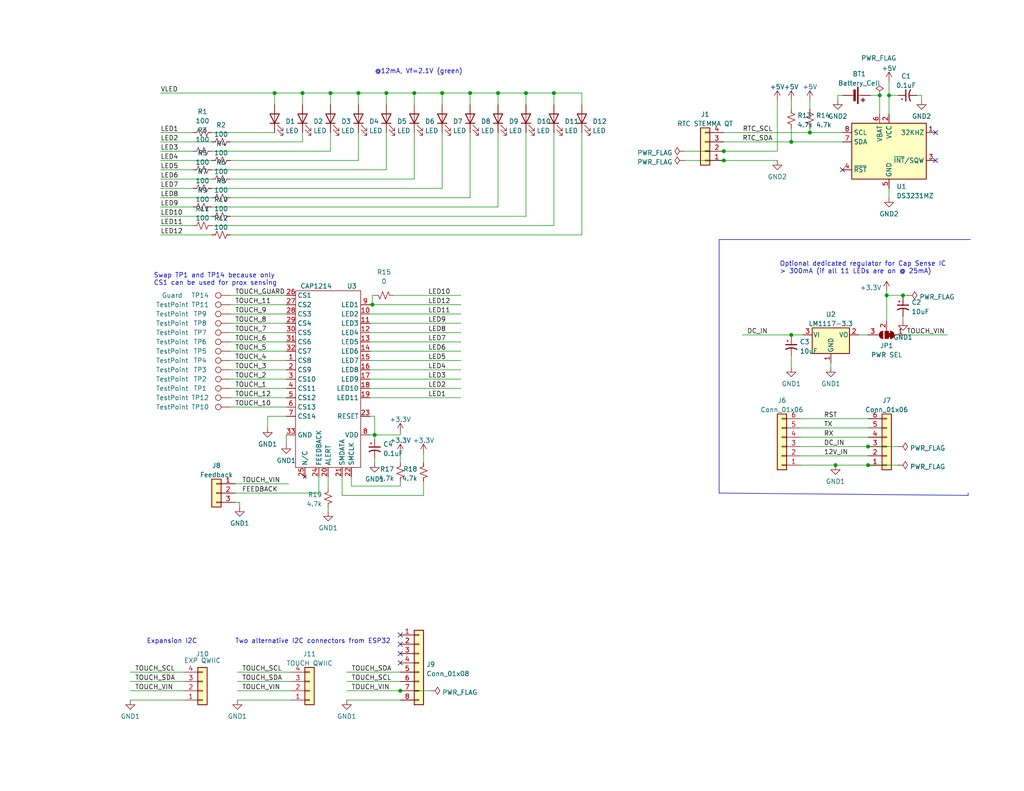
<source format=kicad_sch>
(kicad_sch (version 20230121) (generator eeschema)
  (paper "USLetter")
  (title_block (rev "1") (comment 1 "Design for OSHPark 4-Layer Service"))
  (lib_symbols
    (symbol "Connector:TestPoint" (pin_numbers hide) (pin_names (offset 0.762) hide)
      (property "Reference" "TP" (at 0 6.858 0))
      (property "Value" "TestPoint" (at 0 5.08 0))
      (symbol "TestPoint_0_1"
        (circle (center 0 3.302) (radius 0.762))
      )
      (symbol "TestPoint_1_1"
        (pin passive line (at 0 0 90) (length 2.54) (name "1") (number "1"))
      )
    )
    (symbol "Connector_Generic:Conn_01x03" (pin_names (offset 1.016) hide)
      (property "Reference" "J" (at 0 5.08 0))
      (property "Value" "Conn_01x03" (at 0 -5.08 0))
      (symbol "Conn_01x03_1_1"
        (rectangle (start -1.27 -2.413) (end 0 -2.667) (stroke (width 0.1524)))
        (rectangle (start -1.27 0.127) (end 0 -0.127) (stroke (width 0.1524)))
        (rectangle (start -1.27 2.667) (end 0 2.413) (stroke (width 0.1524)))
        (rectangle (start -1.27 3.81) (end 1.27 -3.81) (stroke (width 0.254)) (fill (type background)))
        (pin passive line (at -5.08 2.54 0) (length 3.81) (name "Pin_1") (number "1"))
        (pin passive line (at -5.08 0 0) (length 3.81) (name "Pin_2") (number "2"))
        (pin passive line (at -5.08 -2.54 0) (length 3.81) (name "Pin_3") (number "3"))
      )
    )
    (symbol "Connector_Generic:Conn_01x04" (pin_names (offset 1.016) hide)
      (property "Reference" "J" (at 0 5.08 0))
      (property "Value" "Conn_01x04" (at 0 -7.62 0))
      (symbol "Conn_01x04_1_1"
        (rectangle (start -1.27 -4.953) (end 0 -5.207) (stroke (width 0.1524)))
        (rectangle (start -1.27 -2.413) (end 0 -2.667) (stroke (width 0.1524)))
        (rectangle (start -1.27 0.127) (end 0 -0.127) (stroke (width 0.1524)))
        (rectangle (start -1.27 2.667) (end 0 2.413) (stroke (width 0.1524)))
        (rectangle (start -1.27 3.81) (end 1.27 -6.35) (stroke (width 0.254)) (fill (type background)))
        (pin passive line (at -5.08 2.54 0) (length 3.81) (name "Pin_1") (number "1"))
        (pin passive line (at -5.08 0 0) (length 3.81) (name "Pin_2") (number "2"))
        (pin passive line (at -5.08 -2.54 0) (length 3.81) (name "Pin_3") (number "3"))
        (pin passive line (at -5.08 -5.08 0) (length 3.81) (name "Pin_4") (number "4"))
      )
    )
    (symbol "Connector_Generic:Conn_01x06" (pin_names (offset 1.016) hide)
      (property "Reference" "J" (at 0 7.62 0))
      (property "Value" "Conn_01x06" (at 0 -10.16 0))
      (symbol "Conn_01x06_1_1"
        (rectangle (start -1.27 -7.493) (end 0 -7.747) (stroke (width 0.1524)))
        (rectangle (start -1.27 -4.953) (end 0 -5.207) (stroke (width 0.1524)))
        (rectangle (start -1.27 -2.413) (end 0 -2.667) (stroke (width 0.1524)))
        (rectangle (start -1.27 0.127) (end 0 -0.127) (stroke (width 0.1524)))
        (rectangle (start -1.27 2.667) (end 0 2.413) (stroke (width 0.1524)))
        (rectangle (start -1.27 5.207) (end 0 4.953) (stroke (width 0.1524)))
        (rectangle (start -1.27 6.35) (end 1.27 -8.89) (stroke (width 0.254)) (fill (type background)))
        (pin passive line (at -5.08 5.08 0) (length 3.81) (name "Pin_1") (number "1"))
        (pin passive line (at -5.08 2.54 0) (length 3.81) (name "Pin_2") (number "2"))
        (pin passive line (at -5.08 0 0) (length 3.81) (name "Pin_3") (number "3"))
        (pin passive line (at -5.08 -2.54 0) (length 3.81) (name "Pin_4") (number "4"))
        (pin passive line (at -5.08 -5.08 0) (length 3.81) (name "Pin_5") (number "5"))
        (pin passive line (at -5.08 -7.62 0) (length 3.81) (name "Pin_6") (number "6"))
      )
    )
    (symbol "Connector_Generic:Conn_01x08" (pin_names (offset 1.016) hide)
      (property "Reference" "J" (at 0 10.16 0))
      (property "Value" "Conn_01x08" (at 0 -12.7 0))
      (symbol "Conn_01x08_1_1"
        (rectangle (start -1.27 -10.033) (end 0 -10.287) (stroke (width 0.1524)))
        (rectangle (start -1.27 -7.493) (end 0 -7.747) (stroke (width 0.1524)))
        (rectangle (start -1.27 -4.953) (end 0 -5.207) (stroke (width 0.1524)))
        (rectangle (start -1.27 -2.413) (end 0 -2.667) (stroke (width 0.1524)))
        (rectangle (start -1.27 0.127) (end 0 -0.127) (stroke (width 0.1524)))
        (rectangle (start -1.27 2.667) (end 0 2.413) (stroke (width 0.1524)))
        (rectangle (start -1.27 5.207) (end 0 4.953) (stroke (width 0.1524)))
        (rectangle (start -1.27 7.747) (end 0 7.493) (stroke (width 0.1524)))
        (rectangle (start -1.27 8.89) (end 1.27 -11.43) (stroke (width 0.254)) (fill (type background)))
        (pin passive line (at -5.08 7.62 0) (length 3.81) (name "Pin_1") (number "1"))
        (pin passive line (at -5.08 5.08 0) (length 3.81) (name "Pin_2") (number "2"))
        (pin passive line (at -5.08 2.54 0) (length 3.81) (name "Pin_3") (number "3"))
        (pin passive line (at -5.08 0 0) (length 3.81) (name "Pin_4") (number "4"))
        (pin passive line (at -5.08 -2.54 0) (length 3.81) (name "Pin_5") (number "5"))
        (pin passive line (at -5.08 -5.08 0) (length 3.81) (name "Pin_6") (number "6"))
        (pin passive line (at -5.08 -7.62 0) (length 3.81) (name "Pin_7") (number "7"))
        (pin passive line (at -5.08 -10.16 0) (length 3.81) (name "Pin_8") (number "8"))
      )
    )
    (symbol "Device:Battery_Cell" (pin_numbers hide) (pin_names (offset 0) hide)
      (property "Reference" "BT" (at 2.54 2.54 0))
      (property "Value" "Battery_Cell" (at 2.54 0 0))
      (symbol "Battery_Cell_0_1"
        (rectangle (start -2.286 1.778) (end 2.286 1.524) (fill (type outline)))
        (rectangle (start -1.524 1.016) (end 1.524 0.508) (fill (type outline)))
        (polyline (pts (xy 0 0.762) (xy 0 0)))
        (polyline (pts (xy 0 1.778) (xy 0 2.54)))
        (polyline (pts (xy 0.762 3.048) (xy 1.778 3.048)) (stroke (width 0.254)))
        (polyline (pts (xy 1.27 3.556) (xy 1.27 2.54)) (stroke (width 0.254)))
      )
      (symbol "Battery_Cell_1_1"
        (pin passive line (at 0 5.08 270) (length 2.54) (name "+") (number "1"))
        (pin passive line (at 0 -2.54 90) (length 2.54) (name "-") (number "2"))
      )
    )
    (symbol "Device:C_Polarized_Small_US" (pin_numbers hide) (pin_names (offset 0.254) hide)
      (property "Reference" "C" (at 0.254 1.778 0))
      (property "Value" "C_Polarized_Small_US" (at 0.254 -2.032 0))
      (symbol "C_Polarized_Small_US_0_1"
        (polyline (pts (xy -1.524 0.508) (xy 1.524 0.508)) (stroke (width 0.3048)))
        (polyline (pts (xy -1.27 1.524) (xy -0.762 1.524)))
        (polyline (pts (xy -1.016 1.27) (xy -1.016 1.778)))
        (arc (start 1.524 -0.762) (mid 0 -0.3734) (end -1.524 -0.762) (stroke (width 0.3048)))
      )
      (symbol "C_Polarized_Small_US_1_1"
        (pin passive line (at 0 2.54 270) (length 2.032) (name "~") (number "1"))
        (pin passive line (at 0 -2.54 90) (length 2.032) (name "~") (number "2"))
      )
    )
    (symbol "Device:LED" (pin_numbers hide) (pin_names (offset 1.016) hide)
      (property "Reference" "D" (at 0 2.54 0))
      (property "Value" "LED" (at 0 -2.54 0))
      (symbol "LED_0_1"
        (polyline (pts (xy -1.27 -1.27) (xy -1.27 1.27)) (stroke (width 0.254)))
        (polyline (pts (xy -1.27 0) (xy 1.27 0)))
        (polyline (pts (xy 1.27 -1.27) (xy 1.27 1.27) (xy -1.27 0) (xy 1.27 -1.27)) (stroke (width 0.254)))
        (polyline (pts (xy -3.048 -0.762) (xy -4.572 -2.286) (xy -3.81 -2.286) (xy -4.572 -2.286) (xy -4.572 -1.524)))
        (polyline (pts (xy -1.778 -0.762) (xy -3.302 -2.286) (xy -2.54 -2.286) (xy -3.302 -2.286) (xy -3.302 -1.524)))
      )
      (symbol "LED_1_1"
        (pin passive line (at -3.81 0 0) (length 2.54) (name "K") (number "1"))
        (pin passive line (at 3.81 0 180) (length 2.54) (name "A") (number "2"))
      )
    )
    (symbol "Device:R_Small_US" (pin_numbers hide) (pin_names (offset 0.254) hide)
      (property "Reference" "R" (at 0.762 0.508 0))
      (property "Value" "R_Small_US" (at 0.762 -1.016 0))
      (symbol "R_Small_US_1_1"
        (polyline (pts (xy 0 0) (xy 1.016 -0.381) (xy 0 -0.762) (xy -1.016 -1.143) (xy 0 -1.524)))
        (polyline (pts (xy 0 1.524) (xy 1.016 1.143) (xy 0 0.762) (xy -1.016 0.381) (xy 0 0)))
        (pin passive line (at 0 2.54 270) (length 1.016) (name "~") (number "1"))
        (pin passive line (at 0 -2.54 90) (length 1.016) (name "~") (number "2"))
      )
    )
    (symbol "Jumper:SolderJumper_3_Bridged12" (pin_names (offset 0) hide)
      (property "Reference" "JP" (at -2.54 -2.54 0))
      (property "Value" "SolderJumper_3_Bridged12" (at 0 2.794 0))
      (symbol "SolderJumper_3_Bridged12_0_1"
        (rectangle (start -1.016 0.508) (end -0.508 -0.508) (fill (type outline)))
        (arc (start -1.016 1.016) (mid -2.0276 0) (end -1.016 -1.016))
        (arc (start -1.016 1.016) (mid -2.0276 0) (end -1.016 -1.016) (fill (type outline)))
        (rectangle (start -0.508 1.016) (end 0.508 -1.016) (fill (type outline)))
        (polyline (pts (xy -2.54 0) (xy -2.032 0)))
        (polyline (pts (xy -1.016 1.016) (xy -1.016 -1.016)))
        (polyline (pts (xy 0 -1.27) (xy 0 -1.016)))
        (polyline (pts (xy 1.016 1.016) (xy 1.016 -1.016)))
        (polyline (pts (xy 2.54 0) (xy 2.032 0)))
        (arc (start 1.016 -1.016) (mid 2.0276 0) (end 1.016 1.016))
        (arc (start 1.016 -1.016) (mid 2.0276 0) (end 1.016 1.016) (fill (type outline)))
      )
      (symbol "SolderJumper_3_Bridged12_1_1"
        (pin passive line (at -5.08 0 0) (length 2.54) (name "A") (number "1"))
        (pin passive line (at 0 -3.81 90) (length 2.54) (name "C") (number "2"))
        (pin passive line (at 5.08 0 180) (length 2.54) (name "B") (number "3"))
      )
    )
    (symbol "Keypad:CAP1214"
      (property "Reference" "U" (at 26.67 15.24 0))
      (property "Value" "CAP1214" (at -19.05 3.81 90))
      (symbol "CAP1214_0_1"
        (rectangle (start -17.78 13.97) (end 30.48 -3.81) (stroke (width 0.1524)))
      )
      (symbol "CAP1214_1_1"
        (pin bidirectional line (at 1.27 -6.35 90) (length 2.54) (name "CS8") (number "1"))
        (pin open_collector line (at -11.43 16.51 270) (length 2.54) (name "LED2") (number "10"))
        (pin open_collector line (at -8.89 16.51 270) (length 2.54) (name "LED3") (number "11"))
        (pin open_collector line (at -6.35 16.51 270) (length 2.54) (name "LED4") (number "12"))
        (pin open_collector line (at -3.81 16.51 270) (length 2.54) (name "LED5") (number "13"))
        (pin open_collector line (at -1.27 16.51 270) (length 2.54) (name "LED6") (number "14"))
        (pin open_collector line (at 1.27 16.51 270) (length 2.54) (name "LED7") (number "15"))
        (pin open_collector line (at 3.81 16.51 270) (length 2.54) (name "LED8") (number "16"))
        (pin open_collector line (at 6.35 16.51 270) (length 2.54) (name "LED9") (number "17"))
        (pin open_collector line (at 8.89 16.51 270) (length 2.54) (name "LED10") (number "18"))
        (pin open_collector line (at 11.43 16.51 270) (length 2.54) (name "LED11") (number "19"))
        (pin bidirectional line (at 3.81 -6.35 90) (length 2.54) (name "CS9") (number "2"))
        (pin bidirectional line (at 33.02 5.08 180) (length 2.54) (name "ALERT") (number "20"))
        (pin bidirectional line (at 33.02 8.89 180) (length 2.54) (name "SMDATA") (number "21"))
        (pin input line (at 33.02 11.43 180) (length 2.54) (name "SMCLK") (number "22"))
        (pin input line (at 16.51 16.51 270) (length 2.54) (name "RESET") (number "23"))
        (pin output line (at 33.02 2.54 180) (length 2.54) (name "FEEDBACK") (number "24"))
        (pin no_connect line (at 33.02 -1.27 180) (length 2.54) (name "N/C") (number "25"))
        (pin bidirectional line (at -16.51 -6.35 90) (length 2.54) (name "CS1") (number "26"))
        (pin bidirectional line (at -13.97 -6.35 90) (length 2.54) (name "CS2") (number "27"))
        (pin bidirectional line (at -11.43 -6.35 90) (length 2.54) (name "CS3") (number "28"))
        (pin bidirectional line (at -8.89 -6.35 90) (length 2.54) (name "CS4") (number "29"))
        (pin bidirectional line (at 6.35 -6.35 90) (length 2.54) (name "CS10") (number "3"))
        (pin bidirectional line (at -6.35 -6.35 90) (length 2.54) (name "CS5") (number "30"))
        (pin bidirectional line (at -3.81 -6.35 90) (length 2.54) (name "CS6") (number "31"))
        (pin bidirectional line (at -1.27 -6.35 90) (length 2.54) (name "CS7") (number "32"))
        (pin power_in line (at 21.59 -6.35 90) (length 2.54) (name "GND") (number "33"))
        (pin bidirectional line (at 8.89 -6.35 90) (length 2.54) (name "CS11") (number "4"))
        (pin bidirectional line (at 11.43 -6.35 90) (length 2.54) (name "CS12") (number "5"))
        (pin bidirectional line (at 13.97 -6.35 90) (length 2.54) (name "CS13") (number "6"))
        (pin bidirectional line (at 16.51 -6.35 90) (length 2.54) (name "CS14") (number "7"))
        (pin power_in line (at 21.59 16.51 270) (length 2.54) (name "VDD") (number "8"))
        (pin open_collector line (at -13.97 16.51 270) (length 2.54) (name "LED1") (number "9"))
      )
    )
    (symbol "Regulator_Linear:LM1117-3.3" (pin_names (offset 0.254))
      (property "Reference" "U" (at -3.81 3.175 0))
      (property "Value" "LM1117-3.3" (at 0 3.175 0))
      (symbol "LM1117-3.3_0_1"
        (rectangle (start -5.08 -5.08) (end 5.08 1.905) (stroke (width 0.254)) (fill (type background)))
      )
      (symbol "LM1117-3.3_1_1"
        (pin power_in line (at 0 -7.62 90) (length 2.54) (name "GND") (number "1"))
        (pin power_out line (at 7.62 0 180) (length 2.54) (name "VO") (number "2"))
        (pin power_in line (at -7.62 0 0) (length 2.54) (name "VI") (number "3"))
      )
    )
    (symbol "Timer_RTC:DS3231MZ"
      (property "Reference" "U" (at -7.62 8.89 0))
      (property "Value" "DS3231MZ" (at 11.43 8.89 0))
      (symbol "DS3231MZ_0_1"
        (rectangle (start -10.16 7.62) (end 10.16 -7.62) (stroke (width 0.254)) (fill (type background)))
      )
      (symbol "DS3231MZ_1_1"
        (pin open_collector line (at 12.7 5.08 180) (length 2.54) (name "32KHZ") (number "1"))
        (pin power_in line (at 0 10.16 270) (length 2.54) (name "VCC") (number "2"))
        (pin open_collector line (at 12.7 -2.54 180) (length 2.54) (name "~{INT}/SQW") (number "3"))
        (pin bidirectional line (at -12.7 -5.08 0) (length 2.54) (name "~{RST}") (number "4"))
        (pin power_in line (at 0 -10.16 90) (length 2.54) (name "GND") (number "5"))
        (pin power_in line (at -2.54 10.16 270) (length 2.54) (name "VBAT") (number "6"))
        (pin bidirectional line (at -12.7 2.54 0) (length 2.54) (name "SDA") (number "7"))
        (pin input line (at -12.7 5.08 0) (length 2.54) (name "SCL") (number "8"))
      )
    )
    (symbol "power:+3.3V" (power) (pin_names (offset 0))
      (property "Value" "+3.3V" (at 0 3.556 0))
      (symbol "+3.3V_0_1"
        (polyline (pts (xy -0.762 1.27) (xy 0 2.54)))
        (polyline (pts (xy 0 0) (xy 0 2.54)))
        (polyline (pts (xy 0 2.54) (xy 0.762 1.27)))
      )
      (symbol "+3.3V_1_1"
        (pin power_in line (at 0 0 90) (length 0) hide (name "+3.3V") (number "1"))
      )
    )
    (symbol "power:+5V" (power) (pin_names (offset 0))
      (property "Value" "+5V" (at 0 3.556 0))
      (symbol "+5V_0_1"
        (polyline (pts (xy -0.762 1.27) (xy 0 2.54)))
        (polyline (pts (xy 0 0) (xy 0 2.54)))
        (polyline (pts (xy 0 2.54) (xy 0.762 1.27)))
      )
      (symbol "+5V_1_1"
        (pin power_in line (at 0 0 90) (length 0) hide (name "+5V") (number "1"))
      )
    )
    (symbol "power:GND1" (power) (pin_names (offset 0))
      (property "Value" "GND1" (at 0 -3.81 0))
      (symbol "GND1_0_1"
        (polyline (pts (xy 0 0) (xy 0 -1.27) (xy 1.27 -1.27) (xy 0 -2.54) (xy -1.27 -1.27) (xy 0 -1.27)))
      )
      (symbol "GND1_1_1"
        (pin power_in line (at 0 0 270) (length 0) hide (name "GND1") (number "1"))
      )
    )
    (symbol "power:GND2" (power) (pin_names (offset 0))
      (property "Value" "GND2" (at 0 -3.81 0))
      (symbol "GND2_0_1"
        (polyline (pts (xy 0 0) (xy 0 -1.27) (xy 1.27 -1.27) (xy 0 -2.54) (xy -1.27 -1.27) (xy 0 -1.27)))
      )
      (symbol "GND2_1_1"
        (pin power_in line (at 0 0 270) (length 0) hide (name "GND2") (number "1"))
      )
    )
    (symbol "power:PWR_FLAG" (power) (pin_numbers hide) (pin_names (offset 0) hide)
      (property "Value" "PWR_FLAG" (at 0 3.81 0))
      (symbol "PWR_FLAG_0_0"
        (pin power_out line (at 0 0 90) (length 0) (name "pwr") (number "1"))
      )
      (symbol "PWR_FLAG_0_1"
        (polyline (pts (xy 0 0) (xy 0 1.27) (xy -1.016 1.905) (xy 0 2.54) (xy 1.016 1.905) (xy 0 1.27)))
      )
    )
  )
  (junction (at 215.9 91.44))
  (junction (at 102.235 118.745))
  (junction (at 143.51 25.4))
  (junction (at 74.93 25.4))
  (junction (at 128.27 25.4))
  (junction (at 197.485 41.275))
  (junction (at 197.485 43.815))
  (junction (at 101.6 83.185))
  (junction (at 90.17 25.4))
  (junction (at 82.55 25.4))
  (junction (at 242.57 26.035))
  (junction (at 109.22 188.595))
  (junction (at 246.38 80.645))
  (junction (at 120.65 25.4))
  (junction (at 236.855 127))
  (junction (at 215.9 38.735))
  (junction (at 135.89 25.4))
  (junction (at 151.13 25.4))
  (junction (at 240.03 26.035))
  (junction (at 227.965 127))
  (junction (at 220.98 36.195))
  (junction (at 241.935 80.645))
  (junction (at 236.855 121.92))
  (junction (at 113.03 25.4))
  (junction (at 97.79 25.4))
  (junction (at 105.41 25.4))
  (no_connect (at 255.27 36.195))
  (no_connect (at 109.22 180.975))
  (no_connect (at 229.87 46.355))
  (no_connect (at 255.27 43.815))
  (no_connect (at 109.22 175.895))
  (no_connect (at 109.22 173.355))
  (no_connect (at 109.22 178.435))
  (wire (pts (xy 50.165 186.055) (xy 35.56 186.055)))
  (wire (pts (xy 151.13 25.4) (xy 143.51 25.4)))
  (wire (pts (xy 258.445 91.44) (xy 247.015 91.44)))
  (wire (pts (xy 62.865 106.045) (xy 78.105 106.045)))
  (wire (pts (xy 62.865 43.815) (xy 97.79 43.815)))
  (wire (pts (xy 102.235 118.745) (xy 109.22 118.745)))
  (wire (pts (xy 212.09 27.305) (xy 212.09 41.275)))
  (wire (pts (xy 242.57 26.035) (xy 245.11 26.035)))
  (wire (pts (xy 229.87 26.035) (xy 228.6 26.035)))
  (wire (pts (xy 242.57 22.225) (xy 242.57 26.035)))
  (wire (pts (xy 62.865 80.645) (xy 78.105 80.645)))
  (wire (pts (xy 220.98 27.305) (xy 220.98 29.845)))
  (wire (pts (xy 115.57 135.255) (xy 115.57 131.445)))
  (wire (pts (xy 100.965 113.665) (xy 102.235 113.665)))
  (wire (pts (xy 79.375 186.055) (xy 64.77 186.055)))
  (wire (pts (xy 227.965 127) (xy 236.855 127)))
  (wire (pts (xy 64.77 188.595) (xy 79.375 188.595)))
  (wire (pts (xy 125.73 80.645) (xy 107.315 80.645)))
  (wire (pts (xy 43.815 25.4) (xy 74.93 25.4)))
  (wire (pts (xy 101.6 83.185) (xy 125.73 83.185)))
  (wire (pts (xy 100.965 108.585) (xy 125.73 108.585)))
  (wire (pts (xy 240.03 31.115) (xy 240.03 26.035)))
  (wire (pts (xy 229.87 36.195) (xy 220.98 36.195)))
  (wire (pts (xy 151.13 25.4) (xy 158.75 25.4)))
  (wire (pts (xy 62.865 100.965) (xy 78.105 100.965)))
  (wire (pts (xy 220.98 36.195) (xy 220.98 34.925)))
  (wire (pts (xy 143.51 25.4) (xy 135.89 25.4)))
  (wire (pts (xy 102.235 113.665) (xy 102.235 118.745)))
  (wire (pts (xy 35.56 191.135) (xy 50.165 191.135)))
  (wire (pts (xy 218.44 114.3) (xy 236.855 114.3)))
  (wire (pts (xy 128.27 25.4) (xy 128.27 28.575)))
  (wire (pts (xy 100.965 85.725) (xy 125.73 85.725)))
  (wire (pts (xy 105.41 25.4) (xy 105.41 28.575)))
  (wire (pts (xy 109.22 118.11) (xy 109.22 118.745)))
  (wire (pts (xy 82.55 38.735) (xy 82.55 36.195)))
  (wire (pts (xy 246.38 86.36) (xy 246.38 87.63)))
  (wire (pts (xy 97.79 25.4) (xy 97.79 28.575)))
  (wire (pts (xy 143.51 25.4) (xy 143.51 28.575)))
  (wire (pts (xy 94.615 186.055) (xy 109.22 186.055)))
  (wire (pts (xy 95.885 130.175) (xy 95.885 132.715)))
  (wire (pts (xy 94.615 183.515) (xy 109.22 183.515)))
  (wire (pts (xy 113.03 25.4) (xy 113.03 28.575)))
  (wire (pts (xy 218.44 127) (xy 227.965 127)))
  (wire (pts (xy 62.865 108.585) (xy 78.105 108.585)))
  (wire (pts (xy 246.38 80.645) (xy 247.65 80.645)))
  (wire (pts (xy 215.9 27.305) (xy 215.9 29.845)))
  (wire (pts (xy 62.865 88.265) (xy 78.105 88.265)))
  (wire (pts (xy 57.785 56.515) (xy 135.89 56.515)))
  (wire (pts (xy 100.965 106.045) (xy 125.73 106.045)))
  (wire (pts (xy 82.55 25.4) (xy 90.17 25.4)))
  (wire (pts (xy 212.09 41.275) (xy 197.485 41.275)))
  (wire (pts (xy 43.815 56.515) (xy 52.705 56.515)))
  (wire (pts (xy 151.13 28.575) (xy 151.13 25.4)))
  (wire (pts (xy 100.965 103.505) (xy 125.73 103.505)))
  (wire (pts (xy 64.135 137.16) (xy 65.405 137.16)))
  (wire (pts (xy 105.41 25.4) (xy 113.03 25.4)))
  (wire (pts (xy 215.9 34.925) (xy 215.9 38.735)))
  (wire (pts (xy 73.025 113.665) (xy 78.105 113.665)))
  (wire (pts (xy 62.865 95.885) (xy 78.105 95.885)))
  (wire (pts (xy 135.89 25.4) (xy 128.27 25.4)))
  (wire (pts (xy 100.965 98.425) (xy 125.73 98.425)))
  (wire (pts (xy 43.815 43.815) (xy 57.785 43.815)))
  (wire (pts (xy 215.9 91.44) (xy 215.9 92.075)))
  (wire (pts (xy 74.93 28.575) (xy 74.93 25.4)))
  (wire (pts (xy 228.6 26.035) (xy 228.6 27.305)))
  (wire (pts (xy 215.9 97.155) (xy 215.9 100.33)))
  (wire (pts (xy 186.69 41.275) (xy 197.485 41.275)))
  (wire (pts (xy 109.22 123.825) (xy 109.22 126.365)))
  (wire (pts (xy 90.17 25.4) (xy 90.17 28.575)))
  (wire (pts (xy 93.345 130.175) (xy 93.345 135.255)))
  (wire (pts (xy 241.935 80.645) (xy 241.935 87.63)))
  (wire (pts (xy 82.55 25.4) (xy 82.55 28.575)))
  (wire (pts (xy 89.535 130.175) (xy 89.535 133.35)))
  (wire (pts (xy 64.135 132.08) (xy 78.74 132.08)))
  (wire (pts (xy 64.135 134.62) (xy 86.995 134.62)))
  (wire (pts (xy 65.405 137.16) (xy 65.405 138.43)))
  (wire (pts (xy 120.65 25.4) (xy 113.03 25.4)))
  (wire (pts (xy 128.27 53.975) (xy 128.27 36.195)))
  (wire (pts (xy 197.485 36.195) (xy 220.98 36.195)))
  (wire (pts (xy 78.105 118.745) (xy 78.105 121.285)))
  (wire (pts (xy 242.57 26.035) (xy 242.57 31.115)))
  (polyline (pts (xy 196.215 65.405) (xy 196.215 134.62)))
  (wire (pts (xy 236.855 121.92) (xy 245.11 121.92)))
  (wire (pts (xy 250.19 26.035) (xy 251.46 26.035)))
  (wire (pts (xy 202.565 91.44) (xy 215.9 91.44)))
  (wire (pts (xy 64.77 191.135) (xy 79.375 191.135)))
  (wire (pts (xy 43.815 36.195) (xy 52.705 36.195)))
  (wire (pts (xy 240.03 26.035) (xy 237.49 26.035)))
  (wire (pts (xy 57.785 64.135) (xy 43.815 64.135)))
  (wire (pts (xy 236.855 127) (xy 245.11 127)))
  (polyline (pts (xy 264.795 65.405) (xy 196.215 65.405)))
  (wire (pts (xy 100.965 83.185) (xy 101.6 83.185)))
  (wire (pts (xy 62.865 111.125) (xy 78.105 111.125)))
  (wire (pts (xy 57.785 51.435) (xy 120.65 51.435)))
  (wire (pts (xy 57.785 41.275) (xy 90.17 41.275)))
  (wire (pts (xy 62.865 48.895) (xy 113.03 48.895)))
  (wire (pts (xy 218.44 119.38) (xy 236.855 119.38)))
  (wire (pts (xy 62.865 103.505) (xy 78.105 103.505)))
  (wire (pts (xy 128.27 25.4) (xy 120.65 25.4)))
  (wire (pts (xy 135.89 56.515) (xy 135.89 36.195)))
  (wire (pts (xy 57.785 36.195) (xy 74.93 36.195)))
  (wire (pts (xy 109.22 188.595) (xy 117.475 188.595)))
  (wire (pts (xy 100.965 93.345) (xy 125.73 93.345)))
  (wire (pts (xy 186.69 43.815) (xy 197.485 43.815)))
  (wire (pts (xy 43.815 46.355) (xy 52.705 46.355)))
  (wire (pts (xy 35.56 183.515) (xy 50.165 183.515)))
  (wire (pts (xy 109.22 131.445) (xy 109.22 132.715)))
  (wire (pts (xy 62.865 64.135) (xy 158.75 64.135)))
  (wire (pts (xy 57.785 61.595) (xy 151.13 61.595)))
  (wire (pts (xy 90.17 25.4) (xy 97.79 25.4)))
  (wire (pts (xy 62.865 98.425) (xy 78.105 98.425)))
  (wire (pts (xy 120.65 51.435) (xy 120.65 36.195)))
  (wire (pts (xy 94.615 188.595) (xy 109.22 188.595)))
  (wire (pts (xy 158.75 28.575) (xy 158.75 25.4)))
  (wire (pts (xy 105.41 46.355) (xy 105.41 36.195)))
  (wire (pts (xy 242.57 51.435) (xy 242.57 53.975)))
  (wire (pts (xy 86.995 130.175) (xy 86.995 134.62)))
  (wire (pts (xy 120.65 25.4) (xy 120.65 28.575)))
  (wire (pts (xy 102.235 118.745) (xy 102.235 120.015)))
  (wire (pts (xy 94.615 191.135) (xy 109.22 191.135)))
  (wire (pts (xy 143.51 59.055) (xy 143.51 36.195)))
  (wire (pts (xy 62.865 93.345) (xy 78.105 93.345)))
  (wire (pts (xy 102.235 125.095) (xy 102.235 126.365)))
  (wire (pts (xy 43.815 51.435) (xy 52.705 51.435)))
  (wire (pts (xy 113.03 48.895) (xy 113.03 36.195)))
  (wire (pts (xy 246.38 80.645) (xy 241.935 80.645)))
  (wire (pts (xy 90.17 41.275) (xy 90.17 36.195)))
  (wire (pts (xy 212.09 43.815) (xy 197.485 43.815)))
  (wire (pts (xy 62.865 38.735) (xy 82.55 38.735)))
  (wire (pts (xy 218.44 121.92) (xy 236.855 121.92)))
  (wire (pts (xy 218.44 124.46) (xy 236.855 124.46)))
  (wire (pts (xy 73.025 113.665) (xy 73.025 116.84)))
  (wire (pts (xy 43.815 48.895) (xy 57.785 48.895)))
  (wire (pts (xy 62.865 59.055) (xy 143.51 59.055)))
  (wire (pts (xy 100.965 95.885) (xy 125.73 95.885)))
  (polyline (pts (xy 196.215 134.62) (xy 264.16 135.255)))
  (wire (pts (xy 95.885 132.715) (xy 109.22 132.715)))
  (wire (pts (xy 251.46 26.035) (xy 251.46 27.305)))
  (wire (pts (xy 43.815 61.595) (xy 52.705 61.595)))
  (wire (pts (xy 62.865 85.725) (xy 78.105 85.725)))
  (wire (pts (xy 215.9 38.735) (xy 229.87 38.735)))
  (wire (pts (xy 115.57 123.825) (xy 115.57 126.365)))
  (wire (pts (xy 246.38 81.28) (xy 246.38 80.645)))
  (wire (pts (xy 241.935 79.375) (xy 241.935 80.645)))
  (wire (pts (xy 43.815 41.275) (xy 52.705 41.275)))
  (wire (pts (xy 100.965 90.805) (xy 125.73 90.805)))
  (wire (pts (xy 93.345 135.255) (xy 115.57 135.255)))
  (wire (pts (xy 100.965 118.745) (xy 102.235 118.745)))
  (wire (pts (xy 218.44 116.84) (xy 236.855 116.84)))
  (polyline (pts (xy 264.16 134.62) (xy 264.16 135.255)))
  (wire (pts (xy 135.89 25.4) (xy 135.89 28.575)))
  (wire (pts (xy 100.965 100.965) (xy 125.73 100.965)))
  (wire (pts (xy 62.865 53.975) (xy 128.27 53.975)))
  (wire (pts (xy 62.865 83.185) (xy 78.105 83.185)))
  (wire (pts (xy 197.485 38.735) (xy 215.9 38.735)))
  (wire (pts (xy 43.815 38.735) (xy 57.785 38.735)))
  (wire (pts (xy 101.6 80.645) (xy 101.6 83.185)))
  (wire (pts (xy 97.79 43.815) (xy 97.79 36.195)))
  (wire (pts (xy 89.535 138.43) (xy 89.535 139.7)))
  (wire (pts (xy 43.815 59.055) (xy 57.785 59.055)))
  (wire (pts (xy 158.75 36.195) (xy 158.75 64.135)))
  (wire (pts (xy 226.695 99.06) (xy 226.695 100.33)))
  (wire (pts (xy 57.785 46.355) (xy 105.41 46.355)))
  (wire (pts (xy 62.865 90.805) (xy 78.105 90.805)))
  (wire (pts (xy 35.56 188.595) (xy 50.165 188.595)))
  (wire (pts (xy 100.965 88.265) (xy 125.73 88.265)))
  (wire (pts (xy 64.77 183.515) (xy 79.375 183.515)))
  (wire (pts (xy 151.13 61.595) (xy 151.13 36.195)))
  (wire (pts (xy 102.235 80.645) (xy 101.6 80.645)))
  (wire (pts (xy 43.815 53.975) (xy 57.785 53.975)))
  (wire (pts (xy 215.9 91.44) (xy 219.075 91.44)))
  (wire (pts (xy 234.315 91.44) (xy 236.855 91.44)))
  (wire (pts (xy 74.93 25.4) (xy 82.55 25.4)))
  (wire (pts (xy 97.79 25.4) (xy 105.41 25.4)))
  (text "Optional dedicated regulator for Cap Sense IC\n> 300mA (if all 11 LEDs are on @ 25mA)" (at 212.725 74.93 0) (effects (font (size 1.27 1.27)) (justify left bottom)))
  (text "Swap TP1 and TP14 because only\nCS1 can be used for prox sensing" (at 41.91 78.105 0) (effects (font (size 1.27 1.27)) (justify left bottom)))
  (text "Expansion I2C" (at 40.005 175.895 0) (effects (font (size 1.27 1.27)) (justify left bottom)))
  (text "Two alternative I2C connectors from ESP32" (at 64.135 175.895 0) (effects (font (size 1.27 1.27)) (justify left bottom)))
  (text "@12mA, Vf=2.1V (green)" (at 102.235 20.32 0) (effects (font (size 1.27 1.27)) (justify left bottom)))
  (label "TOUCH_9" (at 64.135 85.725 0))
  (label "RTC_SDA" (at 210.82 38.735 180))
  (label "TOUCH_4" (at 64.135 98.425 0))
  (label "LED4" (at 43.815 43.815 0))
  (label "TX" (at 224.79 116.84 0))
  (label "LED12" (at 116.84 83.185 0))
  (label "DC_IN" (at 224.79 121.92 0))
  (label "LED8" (at 43.815 53.975 0))
  (label "RTC_SCL" (at 210.82 36.195 180))
  (label "DC_IN" (at 203.835 91.44 0))
  (label "TOUCH_1" (at 64.135 106.045 0))
  (label "LED9" (at 116.84 88.265 0))
  (label "FEEDBACK" (at 66.04 134.62 0))
  (label "LED1" (at 43.815 36.195 0))
  (label "LED9" (at 43.815 56.515 0))
  (label "TOUCH_VIN" (at 66.04 132.08 0))
  (label "TOUCH_12" (at 64.135 108.585 0))
  (label "LED3" (at 43.815 41.275 0))
  (label "TOUCH_VIN" (at 66.04 188.595 0))
  (label "TOUCH_VIN" (at 36.83 188.595 0))
  (label "LED1" (at 116.84 108.585 0))
  (label "LED11" (at 43.815 61.595 0))
  (label "LED3" (at 116.84 103.505 0))
  (label "VLED" (at 43.815 25.4 0))
  (label "12V_IN" (at 224.79 124.46 0))
  (label "TOUCH_SCL" (at 66.04 183.515 0))
  (label "LED10" (at 116.84 80.645 0))
  (label "TOUCH_8" (at 64.135 88.265 0))
  (label "LED11" (at 116.84 85.725 0))
  (label "LED10" (at 43.815 59.055 0))
  (label "TOUCH_SCL" (at 36.83 183.515 0))
  (label "LED12" (at 43.815 64.135 0))
  (label "LED7" (at 43.815 51.435 0))
  (label "LED8" (at 116.84 90.805 0))
  (label "LED5" (at 43.815 46.355 0))
  (label "TOUCH_5" (at 64.135 95.885 0))
  (label "TOUCH_10" (at 64.135 111.125 0))
  (label "TOUCH_6" (at 64.135 93.345 0))
  (label "TOUCH_VIN" (at 95.885 188.595 0))
  (label "LED6" (at 43.815 48.895 0))
  (label "TOUCH_7" (at 64.135 90.805 0))
  (label "LED7" (at 116.84 93.345 0))
  (label "TOUCH_SDA" (at 36.83 186.055 0))
  (label "RST" (at 224.79 114.3 0))
  (label "LED5" (at 116.84 98.425 0))
  (label "TOUCH_SCL" (at 95.885 186.055 0))
  (label "TOUCH_SDA" (at 66.04 186.055 0))
  (label "RX" (at 224.79 119.38 0))
  (label "LED2" (at 116.84 106.045 0))
  (label "TOUCH_GUARD" (at 64.135 80.645 0))
  (label "TOUCH_2" (at 64.135 103.505 0))
  (label "LED4" (at 116.84 100.965 0))
  (label "TOUCH_VIN" (at 257.81 91.44 180))
  (label "TOUCH_SDA" (at 95.885 183.515 0))
  (label "LED6" (at 116.84 95.885 0))
  (label "TOUCH_3" (at 64.135 100.965 0))
  (label "TOUCH_11" (at 64.135 83.185 0))
  (label "LED2" (at 43.815 38.735 0))
  (symbol (lib_id "Device:LED") (at 74.93 32.385 90) (unit 1)
    (property "Reference" "D1" (at 77.851 33.1378 90) (effects (justify right)))
    (property "Value" "LED" (at 77.851 35.6747 90) (effects (justify right)))
    (property "Footprint" "Keypad:SunLED_3.2x2.8mm_ReverseMount" (effects hide))
  )
  (symbol (lib_id "power:GND1") (at 35.56 191.135 0) (unit 1)
    (property "Reference" "#PWR022" (effects hide))
    (property "Value" "GND1" (at 35.56 195.5784 0))
  )
  (symbol (lib_id "power:+5V") (at 220.98 27.305 0) (unit 1)
    (property "Reference" "#PWR04" (effects hide))
    (property "Value" "+5V" (at 220.98 23.7292 0))
  )
  (symbol (lib_id "Regulator_Linear:LM1117-3.3") (at 226.695 91.44 0) (unit 1)
    (property "Reference" "U2" (at 226.695 85.8352 0))
    (property "Value" "LM1117-3.3" (at 226.695 88.3721 0))
    (property "Datasheet" "http://www.ti.com/lit/ds/symlink/lm1117.pdf" (effects hide))
  )
  (symbol (lib_id "power:GND2") (at 242.57 53.975 0) (mirror y) (unit 1)
    (property "Reference" "#PWR08" (effects hide))
    (property "Value" "GND2" (at 242.57 58.4184 0))
  )
  (symbol (lib_id "Device:LED") (at 143.51 32.385 90) (unit 1)
    (property "Reference" "D10" (at 146.431 33.1378 90) (effects (justify right)))
    (property "Value" "LED" (at 146.431 35.6747 90) (effects (justify right)))
    (property "Footprint" "Keypad:SunLED_3.2x2.8mm_ReverseMount" (effects hide))
  )
  (symbol (lib_id "Device:LED") (at 120.65 32.385 90) (unit 1)
    (property "Reference" "D7" (at 123.571 33.1378 90) (effects (justify right)))
    (property "Value" "LED" (at 123.571 35.6747 90) (effects (justify right)))
    (property "Footprint" "Keypad:SunLED_3.2x2.8mm_ReverseMount" (effects hide))
  )
  (symbol (lib_id "Device:C_Polarized_Small_US") (at 246.38 83.82 0) (unit 1)
    (property "Reference" "C2" (at 248.6914 82.5535 0) (effects (justify left)))
    (property "Value" "10uF" (at 248.6914 85.0904 0) (effects (justify left)))
    (property "Footprint" "Capacitor_SMD:C_0805_2012Metric_Pad1.18x1.45mm_HandSolder" (effects hide))
  )
  (symbol (lib_id "power:GND1") (at 246.38 87.63 0) (unit 1)
    (property "Reference" "#PWR010" (effects hide))
    (property "Value" "GND1" (at 246.38 92.0734 0))
  )
  (symbol (lib_id "Connector_Generic:Conn_01x04") (at 84.455 188.595 0) (mirror x) (unit 1)
    (property "Reference" "J11" (at 84.455 178.5452 0))
    (property "Value" "TOUCH QWIIC" (at 84.455 181.0821 0))
  )
  (symbol (lib_id "power:PWR_FLAG") (at 186.69 43.815 90) (unit 1)
    (property "Reference" "#FLG03" (effects hide))
    (property "Value" "PWR_FLAG" (at 183.5151 44.2488 90) (effects (justify left)))
  )
  (symbol (lib_id "power:+3.3V") (at 109.22 118.11 0) (mirror y) (unit 1)
    (property "Reference" "#PWR013" (effects hide))
    (property "Value" "+3.3V" (at 109.22 114.5342 0))
  )
  (symbol (lib_id "Device:R_Small_US") (at 55.245 51.435 90) (unit 1)
    (property "Reference" "R7" (at 55.245 46.8462 90))
    (property "Value" "100" (at 55.245 49.3831 90))
    (property "Footprint" "Resistor_SMD:R_0805_2012Metric_Pad1.20x1.40mm_HandSolder" (effects hide))
  )
  (symbol (lib_id "Connector:TestPoint") (at 62.865 95.885 90) (unit 1)
    (property "Reference" "TP5" (at 54.61 95.885 90))
    (property "Value" "TestPoint" (at 46.99 95.885 90))
    (property "Footprint" "Keypad:Touch_Pad_D1.0mm" (effects hide))
  )
  (symbol (lib_id "Device:R_Small_US") (at 60.325 43.815 90) (unit 1)
    (property "Reference" "R4" (at 60.325 39.2262 90))
    (property "Value" "100" (at 60.325 41.7631 90))
    (property "Footprint" "Resistor_SMD:R_0805_2012Metric_Pad1.20x1.40mm_HandSolder" (effects hide))
  )
  (symbol (lib_id "Device:LED") (at 113.03 32.385 90) (unit 1)
    (property "Reference" "D6" (at 115.951 33.1378 90) (effects (justify right)))
    (property "Value" "LED" (at 115.951 35.6747 90) (effects (justify right)))
    (property "Footprint" "Keypad:SunLED_3.2x2.8mm_ReverseMount" (effects hide))
  )
  (symbol (lib_id "power:+5V") (at 212.09 27.305 0) (unit 1)
    (property "Reference" "#PWR02" (effects hide))
    (property "Value" "+5V" (at 212.09 23.7292 0))
  )
  (symbol (lib_id "Connector:TestPoint") (at 62.865 111.125 90) (unit 1)
    (property "Reference" "TP10" (at 54.61 111.125 90))
    (property "Value" "TestPoint" (at 46.99 111.125 90))
    (property "Footprint" "Keypad:Touch_Pad_D1.0mm" (effects hide))
  )
  (symbol (lib_id "power:GND1") (at 65.405 138.43 0) (unit 1)
    (property "Reference" "#PWR019" (effects hide))
    (property "Value" "GND1" (at 65.405 142.8734 0))
  )
  (symbol (lib_id "Connector_Generic:Conn_01x08") (at 114.3 180.975 0) (unit 1)
    (property "Reference" "J9" (at 116.332 181.4103 0) (effects (justify left)))
    (property "Value" "Conn_01x08" (at 116.332 183.9472 0) (effects (justify left)))
  )
  (symbol (lib_id "Device:R_Small_US") (at 109.22 128.905 0) (mirror y) (unit 1)
    (property "Reference" "R17" (at 107.569 128.0703 0) (effects (justify left)))
    (property "Value" "4.7k" (at 107.569 130.6072 0) (effects (justify left)))
    (property "Footprint" "Resistor_SMD:R_0805_2012Metric_Pad1.20x1.40mm_HandSolder" (effects hide))
  )
  (symbol (lib_id "Device:LED") (at 97.79 32.385 90) (unit 1)
    (property "Reference" "D4" (at 100.711 33.1378 90) (effects (justify right)))
    (property "Value" "LED" (at 100.711 35.6747 90) (effects (justify right)))
    (property "Footprint" "Keypad:SunLED_3.2x2.8mm_ReverseMount" (effects hide))
  )
  (symbol (lib_id "power:+3.3V") (at 109.22 123.825 0) (mirror y) (unit 1)
    (property "Reference" "#PWR015" (effects hide))
    (property "Value" "+3.3V" (at 109.22 120.2492 0))
  )
  (symbol (lib_id "Device:LED") (at 90.17 32.385 90) (unit 1)
    (property "Reference" "D3" (at 93.091 33.1378 90) (effects (justify right)))
    (property "Value" "LED" (at 93.091 35.6747 90) (effects (justify right)))
    (property "Footprint" "Keypad:SunLED_3.2x2.8mm_ReverseMount" (effects hide))
  )
  (symbol (lib_id "Device:R_Small_US") (at 60.325 53.975 90) (unit 1)
    (property "Reference" "R8" (at 60.325 49.3862 90))
    (property "Value" "100" (at 60.325 51.9231 90))
    (property "Footprint" "Resistor_SMD:R_0805_2012Metric_Pad1.20x1.40mm_HandSolder" (effects hide))
  )
  (symbol (lib_id "Connector:TestPoint") (at 62.865 100.965 90) (unit 1)
    (property "Reference" "TP3" (at 54.61 100.965 90))
    (property "Value" "TestPoint" (at 46.99 100.965 90))
    (property "Footprint" "Keypad:Touch_Pad_D1.0mm" (effects hide))
  )
  (symbol (lib_id "Device:R_Small_US") (at 60.325 64.135 90) (unit 1)
    (property "Reference" "R12" (at 60.325 59.5462 90))
    (property "Value" "100" (at 60.325 62.0831 90))
    (property "Footprint" "Resistor_SMD:R_0805_2012Metric_Pad1.20x1.40mm_HandSolder" (effects hide))
  )
  (symbol (lib_id "Connector_Generic:Conn_01x06") (at 213.36 121.92 180) (unit 1)
    (property "Reference" "J6" (at 213.36 109.3302 0))
    (property "Value" "Conn_01x06" (at 213.36 111.8671 0))
    (property "Footprint" "Connector_JST:JST_PH_S6B-PH-K_1x06_P2.00mm_Horizontal" (effects hide))
  )
  (symbol (lib_id "Device:R_Small_US") (at 104.775 80.645 90) (mirror x) (unit 1)
    (property "Reference" "R15" (at 104.775 74.295 90))
    (property "Value" "0" (at 104.775 76.835 90))
    (property "Footprint" "Resistor_SMD:R_0805_2012Metric_Pad1.20x1.40mm_HandSolder" (effects hide))
  )
  (symbol (lib_id "Connector_Generic:Conn_01x04") (at 192.405 41.275 180) (unit 1)
    (property "Reference" "J1" (at 192.405 31.2252 0))
    (property "Value" "RTC STEMMA QT" (at 192.405 33.7621 0))
    (property "Footprint" "Transflective:JST-SH-4-VERT-SMD" (effects hide))
  )
  (symbol (lib_id "power:GND1") (at 94.615 191.135 0) (unit 1)
    (property "Reference" "#PWR024" (effects hide))
    (property "Value" "GND1" (at 94.615 195.5784 0))
  )
  (symbol (lib_id "Connector:TestPoint") (at 62.865 80.645 90) (unit 1)
    (property "Reference" "TP14" (at 54.61 80.645 90))
    (property "Value" "Guard" (at 46.99 80.645 90))
    (property "Footprint" "Keypad:Touch_Pad_D1.0mm" (effects hide))
  )
  (symbol (lib_id "power:GND1") (at 226.695 100.33 0) (unit 1)
    (property "Reference" "#PWR012" (effects hide))
    (property "Value" "GND1" (at 226.695 104.7734 0))
  )
  (symbol (lib_id "Device:R_Small_US") (at 55.245 46.355 90) (unit 1)
    (property "Reference" "R5" (at 55.245 41.7662 90))
    (property "Value" "100" (at 55.245 44.3031 90))
    (property "Footprint" "Resistor_SMD:R_0805_2012Metric_Pad1.20x1.40mm_HandSolder" (effects hide))
  )
  (symbol (lib_id "Device:R_Small_US") (at 115.57 128.905 0) (mirror y) (unit 1)
    (property "Reference" "R18" (at 113.919 128.0703 0) (effects (justify left)))
    (property "Value" "4.7k" (at 113.919 130.6072 0) (effects (justify left)))
    (property "Footprint" "Resistor_SMD:R_0805_2012Metric_Pad1.20x1.40mm_HandSolder" (effects hide))
  )
  (symbol (lib_id "Connector:TestPoint") (at 62.865 93.345 90) (unit 1)
    (property "Reference" "TP6" (at 54.61 93.345 90))
    (property "Value" "TestPoint" (at 46.99 93.345 90))
    (property "Footprint" "Keypad:Touch_Pad_D1.0mm" (effects hide))
  )
  (symbol (lib_id "power:GND2") (at 212.09 43.815 0) (mirror y) (unit 1)
    (property "Reference" "#PWR07" (effects hide))
    (property "Value" "GND2" (at 212.09 48.2584 0))
  )
  (symbol (lib_id "Device:C_Polarized_Small_US") (at 247.65 26.035 90) (unit 1)
    (property "Reference" "C1" (at 247.2182 20.7858 90))
    (property "Value" "0.1uF" (at 247.2182 23.3227 90))
    (property "Footprint" "Capacitor_SMD:C_0805_2012Metric_Pad1.18x1.45mm_HandSolder" (effects hide))
  )
  (symbol (lib_id "Device:R_Small_US") (at 220.98 32.385 0) (unit 1)
    (property "Reference" "R14" (at 222.631 31.5503 0) (effects (justify left)))
    (property "Value" "4.7k" (at 222.631 34.0872 0) (effects (justify left)))
    (property "Footprint" "Resistor_SMD:R_0805_2012Metric_Pad1.20x1.40mm_HandSolder" (effects hide))
  )
  (symbol (lib_id "power:GND1") (at 89.535 139.7 0) (unit 1)
    (property "Reference" "#PWR020" (effects hide))
    (property "Value" "GND1" (at 89.535 144.1434 0))
  )
  (symbol (lib_id "power:PWR_FLAG") (at 240.03 26.035 0) (unit 1)
    (property "Reference" "#FLG01" (effects hide))
    (property "Value" "PWR_FLAG" (at 234.95 15.875 0) (effects (justify left)))
  )
  (symbol (lib_id "Device:LED") (at 151.13 32.385 90) (unit 1)
    (property "Reference" "D11" (at 154.051 33.1378 90) (effects (justify right)))
    (property "Value" "LED" (at 154.051 35.6747 90) (effects (justify right)))
    (property "Footprint" "Keypad:SunLED_3.2x2.8mm_ReverseMount" (effects hide))
  )
  (symbol (lib_id "Device:LED") (at 135.89 32.385 90) (unit 1)
    (property "Reference" "D9" (at 138.811 33.1378 90) (effects (justify right)))
    (property "Value" "LED" (at 138.811 35.6747 90) (effects (justify right)))
    (property "Footprint" "Keypad:SunLED_3.2x2.8mm_ReverseMount" (effects hide))
  )
  (symbol (lib_id "Connector_Generic:Conn_01x06") (at 241.935 121.92 0) (mirror x) (unit 1)
    (property "Reference" "J7" (at 241.935 109.3302 0))
    (property "Value" "Conn_01x06" (at 241.935 111.8671 0))
  )
  (symbol (lib_id "Connector_Generic:Conn_01x04") (at 55.245 188.595 0) (mirror x) (unit 1)
    (property "Reference" "J10" (at 55.245 178.5452 0))
    (property "Value" "EXP QWIIC" (at 55.245 180.34 0))
  )
  (symbol (lib_id "power:GND1") (at 64.77 191.135 0) (unit 1)
    (property "Reference" "#PWR023" (effects hide))
    (property "Value" "GND1" (at 64.77 195.5784 0))
  )
  (symbol (lib_id "power:+3.3V") (at 115.57 123.825 0) (mirror y) (unit 1)
    (property "Reference" "#PWR016" (effects hide))
    (property "Value" "+3.3V" (at 115.57 120.2492 0))
  )
  (symbol (lib_id "Connector_Generic:Conn_01x03") (at 59.055 134.62 0) (mirror y) (unit 1)
    (property "Reference" "J8" (at 59.055 127.1102 0))
    (property "Value" "Feedback" (at 59.055 129.6471 0))
  )
  (symbol (lib_id "Device:R_Small_US") (at 60.325 59.055 90) (unit 1)
    (property "Reference" "R10" (at 60.325 54.4662 90))
    (property "Value" "100" (at 60.325 57.0031 90))
    (property "Footprint" "Resistor_SMD:R_0805_2012Metric_Pad1.20x1.40mm_HandSolder" (effects hide))
  )
  (symbol (lib_id "Timer_RTC:DS3231MZ") (at 242.57 41.275 0) (unit 1)
    (property "Reference" "U1" (at 244.5894 50.9254 0) (effects (justify left)))
    (property "Value" "DS3231MZ" (at 244.5894 53.4623 0) (effects (justify left)))
    (property "Footprint" "Package_SO:SOIC-8_3.9x4.9mm_P1.27mm" (effects hide))
    (property "Datasheet" "http://datasheets.maximintegrated.com/en/ds/DS3231M.pdf" (effects hide))
  )
  (symbol (lib_id "power:GND1") (at 78.105 121.285 0) (unit 1)
    (property "Reference" "#PWR014" (effects hide))
    (property "Value" "GND1" (at 78.105 125.7284 0))
  )
  (symbol (lib_id "Device:R_Small_US") (at 89.535 135.89 0) (mirror y) (unit 1)
    (property "Reference" "R19" (at 87.884 135.0553 0) (effects (justify left)))
    (property "Value" "4.7k" (at 87.884 137.5922 0) (effects (justify left)))
    (property "Footprint" "Resistor_SMD:R_0805_2012Metric_Pad1.20x1.40mm_HandSolder" (effects hide))
  )
  (symbol (lib_id "Device:R_Small_US") (at 215.9 32.385 0) (unit 1)
    (property "Reference" "R13" (at 217.551 31.5503 0) (effects (justify left)))
    (property "Value" "4.7k" (at 217.551 34.0872 0) (effects (justify left)))
    (property "Footprint" "Resistor_SMD:R_0805_2012Metric_Pad1.20x1.40mm_HandSolder" (effects hide))
  )
  (symbol (lib_id "Device:R_Small_US") (at 60.325 48.895 90) (unit 1)
    (property "Reference" "R6" (at 60.325 44.3062 90))
    (property "Value" "100" (at 60.325 46.8431 90))
    (property "Footprint" "Resistor_SMD:R_0805_2012Metric_Pad1.20x1.40mm_HandSolder" (effects hide))
  )
  (symbol (lib_id "power:PWR_FLAG") (at 186.69 41.275 90) (unit 1)
    (property "Reference" "#FLG02" (effects hide))
    (property "Value" "PWR_FLAG" (at 183.5151 41.7088 90) (effects (justify left)))
  )
  (symbol (lib_id "Device:R_Small_US") (at 55.245 56.515 90) (unit 1)
    (property "Reference" "R9" (at 55.245 51.9262 90))
    (property "Value" "100" (at 55.245 54.4631 90))
    (property "Footprint" "Resistor_SMD:R_0805_2012Metric_Pad1.20x1.40mm_HandSolder" (effects hide))
  )
  (symbol (lib_id "Keypad:CAP1214") (at 84.455 97.155 270) (unit 1)
    (property "Reference" "U3" (at 94.615 78.105 90) (effects (justify left)))
    (property "Value" "CAP1214" (at 81.915 78.105 90) (effects (justify left)))
    (property "Footprint" "Package_DFN_QFN:QFN-32-1EP_5x5mm_P0.5mm_EP3.3x3.3mm_ThermalVias" (effects hide))
  )
  (symbol (lib_id "Device:C_Polarized_Small_US") (at 102.235 122.555 0) (unit 1)
    (property "Reference" "C4" (at 104.5464 121.2885 0) (effects (justify left)))
    (property "Value" "0.1uF" (at 104.5464 123.8254 0) (effects (justify left)))
    (property "Footprint" "Capacitor_SMD:C_0805_2012Metric_Pad1.18x1.45mm_HandSolder" (effects hide))
  )
  (symbol (lib_id "power:PWR_FLAG") (at 247.65 80.645 270) (unit 1)
    (property "Reference" "#FLG04" (effects hide))
    (property "Value" "PWR_FLAG" (at 250.825 81.0788 90) (effects (justify left)))
  )
  (symbol (lib_id "power:GND1") (at 227.965 127 0) (unit 1)
    (property "Reference" "#PWR018" (effects hide))
    (property "Value" "GND1" (at 227.965 131.4434 0))
  )
  (symbol (lib_id "Device:R_Small_US") (at 55.245 36.195 90) (unit 1)
    (property "Reference" "R1" (at 55.245 30.48 90))
    (property "Value" "100" (at 55.245 33.02 90))
    (property "Footprint" "Resistor_SMD:R_0805_2012Metric_Pad1.20x1.40mm_HandSolder" (effects hide))
  )
  (symbol (lib_id "power:GND2") (at 251.46 27.305 0) (mirror y) (unit 1)
    (property "Reference" "#PWR06" (effects hide))
    (property "Value" "GND2" (at 251.46 31.7484 0))
  )
  (symbol (lib_id "Device:LED") (at 82.55 32.385 90) (unit 1)
    (property "Reference" "D2" (at 85.471 33.1378 90) (effects (justify right)))
    (property "Value" "LED" (at 85.471 35.6747 90) (effects (justify right)))
    (property "Footprint" "Keypad:SunLED_3.2x2.8mm_ReverseMount" (effects hide))
  )
  (symbol (lib_id "Device:LED") (at 158.75 32.385 90) (unit 1)
    (property "Reference" "D12" (at 161.671 33.1378 90) (effects (justify right)))
    (property "Value" "LED" (at 161.671 35.6747 90) (effects (justify right)))
    (property "Footprint" "Keypad:SunLED_3.2x2.8mm_ReverseMount" (effects hide))
  )
  (symbol (lib_id "Device:R_Small_US") (at 60.325 38.735 90) (unit 1)
    (property "Reference" "R2" (at 60.325 34.1462 90))
    (property "Value" "100" (at 60.325 36.6831 90))
    (property "Footprint" "Resistor_SMD:R_0805_2012Metric_Pad1.20x1.40mm_HandSolder" (effects hide))
  )
  (symbol (lib_id "Device:LED") (at 105.41 32.385 90) (unit 1)
    (property "Reference" "D5" (at 108.331 33.1378 90) (effects (justify right)))
    (property "Value" "LED" (at 108.331 35.6747 90) (effects (justify right)))
    (property "Footprint" "Keypad:SunLED_3.2x2.8mm_ReverseMount" (effects hide))
  )
  (symbol (lib_id "Connector:TestPoint") (at 62.865 83.185 90) (unit 1)
    (property "Reference" "TP11" (at 54.61 83.185 90))
    (property "Value" "TestPoint" (at 46.99 83.185 90))
    (property "Footprint" "Keypad:Touch_Pad_D1.0mm" (effects hide))
  )
  (symbol (lib_id "power:PWR_FLAG") (at 245.11 121.92 270) (unit 1)
    (property "Reference" "#FLG05" (effects hide))
    (property "Value" "PWR_FLAG" (at 248.285 122.3538 90) (effects (justify left)))
  )
  (symbol (lib_id "Device:LED") (at 128.27 32.385 90) (unit 1)
    (property "Reference" "D8" (at 131.191 33.1378 90) (effects (justify right)))
    (property "Value" "LED" (at 131.191 35.6747 90) (effects (justify right)))
    (property "Footprint" "Keypad:SunLED_3.2x2.8mm_ReverseMount" (effects hide))
  )
  (symbol (lib_id "power:GND1") (at 73.025 116.84 0) (unit 1)
    (property "Reference" "#PWR025" (effects hide))
    (property "Value" "GND1" (at 73.025 121.2834 0))
  )
  (symbol (lib_id "Device:Battery_Cell") (at 232.41 26.035 270) (unit 1)
    (property "Reference" "BT1" (at 234.442 20.1762 90))
    (property "Value" "Battery_Cell" (at 234.442 22.7131 90))
    (property "Footprint" "Battery:BatteryHolder_MPD_BC2003_1x2032" (effects hide))
  )
  (symbol (lib_id "power:+5V") (at 215.9 27.305 0) (unit 1)
    (property "Reference" "#PWR03" (effects hide))
    (property "Value" "+5V" (at 215.9 23.7292 0))
  )
  (symbol (lib_id "Connector:TestPoint") (at 62.865 103.505 90) (unit 1)
    (property "Reference" "TP2" (at 54.61 103.505 90))
    (property "Value" "TestPoint" (at 46.99 103.505 90))
    (property "Footprint" "Keypad:Touch_Pad_D1.0mm" (effects hide))
  )
  (symbol (lib_id "Jumper:SolderJumper_3_Bridged12") (at 241.935 91.44 180) (unit 1)
    (property "Reference" "JP1" (at 241.935 94.3594 0))
    (property "Value" "PWR SEL" (at 241.935 96.8963 0))
    (property "Footprint" "Jumper:SolderJumper-3_P1.3mm_Bridged12_RoundedPad1.0x1.5mm" (effects hide))
  )
  (symbol (lib_id "power:PWR_FLAG") (at 245.11 127 270) (unit 1)
    (property "Reference" "#FLG06" (effects hide))
    (property "Value" "PWR_FLAG" (at 248.285 127.4338 90) (effects (justify left)))
  )
  (symbol (lib_id "Connector:TestPoint") (at 62.865 85.725 90) (unit 1)
    (property "Reference" "TP9" (at 54.61 85.725 90))
    (property "Value" "TestPoint" (at 46.99 85.725 90))
    (property "Footprint" "Keypad:Touch_Pad_D1.0mm" (effects hide))
  )
  (symbol (lib_id "power:GND1") (at 102.235 126.365 0) (unit 1)
    (property "Reference" "#PWR017" (effects hide))
    (property "Value" "GND1" (at 102.235 130.8084 0))
  )
  (symbol (lib_id "Device:R_Small_US") (at 55.245 61.595 90) (unit 1)
    (property "Reference" "R11" (at 55.245 57.0062 90))
    (property "Value" "100" (at 55.245 59.5431 90))
    (property "Footprint" "Resistor_SMD:R_0805_2012Metric_Pad1.20x1.40mm_HandSolder" (effects hide))
  )
  (symbol (lib_id "power:GND1") (at 215.9 100.33 0) (unit 1)
    (property "Reference" "#PWR011" (effects hide))
    (property "Value" "GND1" (at 215.9 104.7734 0))
  )
  (symbol (lib_id "Connector:TestPoint") (at 62.865 88.265 90) (unit 1)
    (property "Reference" "TP8" (at 54.61 88.265 90))
    (property "Value" "TestPoint" (at 46.99 88.265 90))
    (property "Footprint" "Keypad:Touch_Pad_D1.0mm" (effects hide))
  )
  (symbol (lib_id "Device:R_Small_US") (at 55.245 41.275 90) (unit 1)
    (property "Reference" "R3" (at 55.245 35.56 90))
    (property "Value" "100" (at 55.245 38.1 90))
    (property "Footprint" "Resistor_SMD:R_0805_2012Metric_Pad1.20x1.40mm_HandSolder" (effects hide))
  )
  (symbol (lib_id "power:GND2") (at 228.6 27.305 0) (mirror y) (unit 1)
    (property "Reference" "#PWR05" (effects hide))
    (property "Value" "GND2" (at 228.6 31.7484 0))
  )
  (symbol (lib_id "Connector:TestPoint") (at 62.865 108.585 90) (unit 1)
    (property "Reference" "TP12" (at 54.61 108.585 90))
    (property "Value" "TestPoint" (at 46.99 108.585 90))
    (property "Footprint" "Keypad:Touch_Pad_D1.0mm" (effects hide))
  )
  (symbol (lib_id "Connector:TestPoint") (at 62.865 106.045 90) (unit 1)
    (property "Reference" "TP1" (at 54.61 106.045 90))
    (property "Value" "TestPoint" (at 46.99 106.045 90))
    (property "Footprint" "Keypad:Touch_Pad_D1.0mm" (effects hide))
  )
  (symbol (lib_id "power:+5V") (at 242.57 22.225 0) (unit 1)
    (property "Reference" "#PWR01" (effects hide))
    (property "Value" "+5V" (at 242.57 18.6492 0))
  )
  (symbol (lib_id "Connector:TestPoint") (at 62.865 98.425 90) (unit 1)
    (property "Reference" "TP4" (at 54.61 98.425 90))
    (property "Value" "TestPoint" (at 46.99 98.425 90))
    (property "Footprint" "Keypad:Touch_Pad_D1.0mm" (effects hide))
  )
  (symbol (lib_id "Connector:TestPoint") (at 62.865 90.805 90) (unit 1)
    (property "Reference" "TP7" (at 54.61 90.805 90))
    (property "Value" "TestPoint" (at 46.99 90.805 90))
    (property "Footprint" "Keypad:Touch_Pad_D1.0mm" (effects hide))
  )
  (symbol (lib_id "power:+3.3V") (at 241.935 79.375 0) (unit 1)
    (property "Reference" "#PWR09" (effects hide))
    (property "Value" "+3.3V" (at 240.538 78.5388 0) (effects (justify right)))
  )
  (symbol (lib_id "power:PWR_FLAG") (at 117.475 188.595 270) (unit 1)
    (property "Reference" "#FLG07" (effects hide))
    (property "Value" "PWR_FLAG" (at 120.65 189.0288 90) (effects (justify left)))
  )
  (symbol (lib_id "Device:C_Polarized_Small_US") (at 215.9 94.615 0) (unit 1)
    (property "Reference" "C3" (at 218.2114 93.3485 0) (effects (justify left)))
    (property "Value" "10uF" (at 218.2114 95.8854 0) (effects (justify left)))
    (property "Footprint" "Capacitor_SMD:C_0805_2012Metric_Pad1.18x1.45mm_HandSolder" (effects hide))
  )
)
</source>
